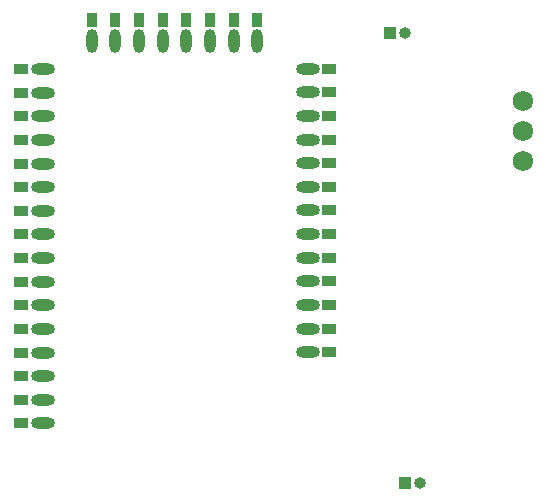
<source format=gbr>
%TF.GenerationSoftware,KiCad,Pcbnew,7.0.6*%
%TF.CreationDate,2024-03-24T21:23:19-04:00*%
%TF.ProjectId,Radio Module,52616469-6f20-44d6-9f64-756c652e6b69,rev?*%
%TF.SameCoordinates,Original*%
%TF.FileFunction,Soldermask,Bot*%
%TF.FilePolarity,Negative*%
%FSLAX46Y46*%
G04 Gerber Fmt 4.6, Leading zero omitted, Abs format (unit mm)*
G04 Created by KiCad (PCBNEW 7.0.6) date 2024-03-24 21:23:19*
%MOMM*%
%LPD*%
G01*
G04 APERTURE LIST*
%ADD10R,1.000000X1.000000*%
%ADD11O,1.000000X1.000000*%
%ADD12O,2.000000X0.950000*%
%ADD13O,0.950000X2.000000*%
%ADD14R,1.300000X0.900000*%
%ADD15R,0.900000X1.300000*%
%ADD16C,1.725000*%
G04 APERTURE END LIST*
D10*
%TO.C,J3*%
X167386000Y-95758000D03*
D11*
X168656000Y-95758000D03*
%TD*%
D10*
%TO.C,J4*%
X166116000Y-57658000D03*
D11*
X167386000Y-57658000D03*
%TD*%
D12*
%TO.C,IC3*%
X159145000Y-84667000D03*
X159145000Y-82667000D03*
X159145000Y-80667000D03*
X159145000Y-78667000D03*
X159145000Y-76667000D03*
X159145000Y-74667000D03*
X159145000Y-72667000D03*
X159145000Y-70667000D03*
X159145000Y-68667000D03*
X159145000Y-66667000D03*
X159145000Y-64667000D03*
X159145000Y-62667000D03*
X159145000Y-60667000D03*
D13*
X154875000Y-58357000D03*
X152875000Y-58357000D03*
X150875000Y-58357000D03*
X148875000Y-58357000D03*
X146875000Y-58357000D03*
X144875000Y-58357000D03*
X142875000Y-58357000D03*
X140875000Y-58357000D03*
D12*
X136705000Y-90697000D03*
X136705000Y-88697000D03*
X136705000Y-86697000D03*
X136705000Y-84697000D03*
X136705000Y-82697000D03*
X136705000Y-80697000D03*
X136705000Y-78697000D03*
X136705000Y-76697000D03*
X136705000Y-74697000D03*
X136705000Y-72697000D03*
X136705000Y-70697000D03*
X136705000Y-68697000D03*
X136705000Y-66697000D03*
X136705000Y-64697000D03*
X136705000Y-62697000D03*
X136705000Y-60697000D03*
D14*
X160995000Y-84667000D03*
X160995000Y-82667000D03*
X160995000Y-80667000D03*
X160995000Y-78667000D03*
X160995000Y-76667000D03*
X160995000Y-74667000D03*
X160995000Y-72667000D03*
X160995000Y-70667000D03*
X160995000Y-68667000D03*
X160995000Y-66667000D03*
X160995000Y-64667000D03*
X160995000Y-62667000D03*
X160995000Y-60667000D03*
D15*
X154875000Y-56507000D03*
X152875000Y-56507000D03*
X150875000Y-56507000D03*
X148875000Y-56507000D03*
X146875000Y-56507000D03*
X144875000Y-56507000D03*
X142875000Y-56507000D03*
X140875000Y-56507000D03*
D14*
X134855000Y-60697000D03*
X134855000Y-62697000D03*
X134855000Y-64697000D03*
X134855000Y-66697000D03*
X134855000Y-68697000D03*
X134855000Y-70697000D03*
X134855000Y-72697000D03*
X134855000Y-74697000D03*
X134855000Y-76697000D03*
X134855000Y-78697000D03*
X134855000Y-80697000D03*
X134855000Y-82697000D03*
X134855000Y-84697000D03*
X134855000Y-86697000D03*
X134855000Y-88697000D03*
X134855000Y-90697000D03*
%TD*%
D16*
%TO.C,PS1*%
X177419000Y-63373000D03*
X177419000Y-65913000D03*
X177419000Y-68453000D03*
%TD*%
M02*

</source>
